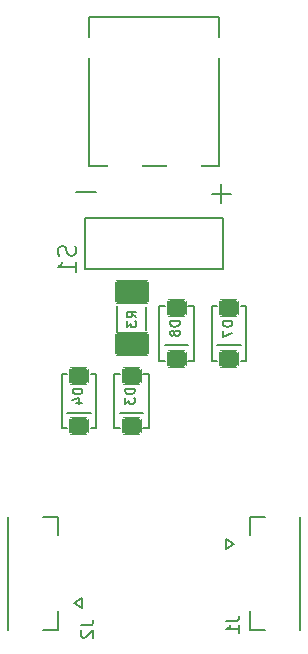
<source format=gbr>
G04 --- HEADER BEGIN --- *
G04 #@! TF.GenerationSoftware,LibrePCB,LibrePCB,1.1.0*
G04 #@! TF.CreationDate,2024-04-23T21:01:02*
G04 #@! TF.ProjectId,motherboard (Version 2),e7e7bca0-b6b9-4684-b626-93943a2f5169,version_2*
G04 #@! TF.Part,Single*
G04 #@! TF.SameCoordinates*
G04 #@! TF.FileFunction,Legend,Bot*
G04 #@! TF.FilePolarity,Positive*
%FSLAX66Y66*%
%MOMM*%
G01*
G75*
G04 --- HEADER END --- *
G04 --- APERTURE LIST BEGIN --- *
%ADD10C,0.2032*%
%ADD11C,0.1524*%
%ADD12C,0.127*%
%ADD13C,0.15*%
%ADD14C,0.1778*%
%ADD15C,2.0796*%
%AMROUNDEDRECT16*20,1,1.47,-0.735,0.0,0.735,0.0,0.0*20,1,1.27,-0.835,0.0,0.835,0.0,0.0*1,1,0.2,-0.735,0.635*1,1,0.2,0.735,0.635*1,1,0.2,0.735,-0.635*1,1,0.2,-0.735,-0.635*%
%ADD16ROUNDEDRECT16*%
%AMROUNDEDRECT17*20,1,2.0,-1.35,0.0,1.35,0.0,0.0*20,1,1.8,-1.45,0.0,1.45,0.0,0.0*1,1,0.2,-1.35,0.9*1,1,0.2,1.35,0.9*1,1,0.2,1.35,-0.9*1,1,0.2,-1.35,-0.9*%
%ADD17ROUNDEDRECT17*%
%ADD18C,0.01*%
%ADD19C,1.708*%
%ADD20C,2.825*%
%ADD21C,3.2*%
G04 --- APERTURE LIST END --- *
G04 --- BOARD BEGIN --- *
D10*
G04 #@! TO.C,D7*
X58055000Y49290000D02*
X57605000Y49290000D01*
X57605000Y44690000D01*
X58055000Y44690000D01*
X60055000Y44690000D02*
X60505000Y44690000D01*
X60505000Y49290000D01*
X60055000Y49290000D01*
X58055000Y45990000D02*
X60055000Y45990000D01*
D11*
G04 #@! TO.C,R3*
X52045000Y49262000D02*
X52045000Y47244000D01*
X49555000Y49287000D02*
X49555000Y47233000D01*
D10*
G04 #@! TO.C,D4*
X45355000Y43575000D02*
X44905000Y43575000D01*
X44905000Y38975000D01*
X45355000Y38975000D01*
X47355000Y38975000D02*
X47805000Y38975000D01*
X47805000Y43575000D01*
X47355000Y43575000D01*
X45355000Y40275000D02*
X47355000Y40275000D01*
D12*
G04 #@! TO.C,J1*
X58805000Y29570000D02*
X59505000Y29170000D01*
X58805000Y28770000D01*
X58805000Y29570000D01*
X65060000Y31420000D02*
X65060000Y21920000D01*
X60860000Y23450000D02*
X60860000Y21920000D01*
X62110000Y21920000D01*
X62110000Y31420000D02*
X60860000Y31420000D01*
X60860000Y29890000D01*
G04 #@! TO.C,J2*
X46605000Y23770000D02*
X45905000Y24170000D01*
X46605000Y24570000D01*
X46605000Y23770000D01*
X40350000Y21920000D02*
X40350000Y31420000D01*
X44550000Y29890000D02*
X44550000Y31420000D01*
X43300000Y31420000D01*
X43300000Y21920000D02*
X44550000Y21920000D01*
X44550000Y23450000D01*
D10*
G04 #@! TO.C,D3*
X49800000Y43575000D02*
X49350000Y43575000D01*
X49350000Y38975000D01*
X49800000Y38975000D01*
X51800000Y38975000D02*
X52250000Y38975000D01*
X52250000Y43575000D01*
X51800000Y43575000D01*
X49800000Y40275000D02*
X51800000Y40275000D01*
D11*
G04 #@! TO.C,J4*
X47220000Y73820000D02*
X58220000Y73820000D01*
X58220000Y61150000D01*
X47220000Y61150000D01*
X47220000Y73820000D01*
D10*
X47779000Y58956819D02*
X46133362Y58956819D01*
X59236000Y58829819D02*
X57590362Y58829819D01*
X58413181Y58007000D02*
X58413181Y59652638D01*
G04 #@! TO.C,D8*
X53610000Y49290000D02*
X53160000Y49290000D01*
X53160000Y44690000D01*
X53610000Y44690000D01*
X55610000Y44690000D02*
X56060000Y44690000D01*
X56060000Y49290000D01*
X55610000Y49290000D01*
X53610000Y45990000D02*
X55610000Y45990000D01*
G04 #@! TO.C,S1*
X46890000Y52435000D02*
X46890000Y56785000D01*
X58520000Y56785000D01*
X58520000Y52435000D01*
X46890000Y52435000D01*
D13*
G04 #@! TO.C,D7*
X59309000Y48006000D02*
X58509000Y48006000D01*
X58509000Y47815778D01*
X58547222Y47701111D01*
X58623667Y47624667D01*
X58699222Y47587333D01*
X58852111Y47549111D01*
X58965889Y47549111D01*
X59118778Y47587333D01*
X59194333Y47624667D01*
X59270778Y47701111D01*
X59309000Y47815778D01*
X59309000Y48006000D01*
X58509000Y47239111D02*
X58509000Y46705778D01*
X59309000Y47048889D01*
G04 #@! TO.C,R3*
X51212500Y48343111D02*
X50831167Y48609778D01*
X51212500Y48800000D02*
X50412500Y48800000D01*
X50412500Y48495111D01*
X50450722Y48418667D01*
X50488944Y48381333D01*
X50564500Y48343111D01*
X50679167Y48343111D01*
X50755611Y48381333D01*
X50793833Y48418667D01*
X50831167Y48495111D01*
X50831167Y48800000D01*
X50412500Y48033111D02*
X50412500Y47538000D01*
X50717389Y47804667D01*
X50717389Y47690000D01*
X50755611Y47614444D01*
X50793833Y47576222D01*
X50869389Y47538000D01*
X51060500Y47538000D01*
X51136056Y47576222D01*
X51174278Y47614444D01*
X51212500Y47690000D01*
X51212500Y47918444D01*
X51174278Y47994889D01*
X51136056Y48033111D01*
G04 #@! TO.C,D4*
X46609000Y42291000D02*
X45809000Y42291000D01*
X45809000Y42100778D01*
X45847222Y41986111D01*
X45923667Y41909667D01*
X45999222Y41872333D01*
X46152111Y41834111D01*
X46265889Y41834111D01*
X46418778Y41872333D01*
X46494333Y41909667D01*
X46570778Y41986111D01*
X46609000Y42100778D01*
X46609000Y42291000D01*
X46075667Y41142778D02*
X46609000Y41142778D01*
X45770778Y41333889D02*
X46342333Y41524111D01*
X46342333Y41029000D01*
G04 #@! TO.C,J1*
X58840000Y22632413D02*
X59611243Y22632413D01*
X59764772Y22683989D01*
X59867924Y22787141D01*
X59919500Y22940670D01*
X59919500Y23043822D01*
X59919500Y21649999D02*
X59919500Y22266513D01*
X59919500Y21958256D02*
X58840000Y21958256D01*
X58994728Y22061408D01*
X59096681Y22163361D01*
X59148257Y22266513D01*
G04 #@! TO.C,J2*
X46490500Y22278591D02*
X47261743Y22278591D01*
X47415272Y22330167D01*
X47518424Y22433319D01*
X47570000Y22586848D01*
X47570000Y22690000D01*
X46593652Y21861115D02*
X46542076Y21809539D01*
X46490500Y21707586D01*
X46490500Y21449705D01*
X46542076Y21347753D01*
X46593652Y21296177D01*
X46695605Y21244600D01*
X46798757Y21244600D01*
X46953486Y21296177D01*
X47570000Y21912691D01*
X47570000Y21244600D01*
G04 #@! TO.C,D3*
X51054000Y42291000D02*
X50254000Y42291000D01*
X50254000Y42100778D01*
X50292222Y41986111D01*
X50368667Y41909667D01*
X50444222Y41872333D01*
X50597111Y41834111D01*
X50710889Y41834111D01*
X50863778Y41872333D01*
X50939333Y41909667D01*
X51015778Y41986111D01*
X51054000Y42100778D01*
X51054000Y42291000D01*
X50254000Y41524111D02*
X50254000Y41029000D01*
X50558889Y41295667D01*
X50558889Y41181000D01*
X50597111Y41105444D01*
X50635333Y41067222D01*
X50710889Y41029000D01*
X50902000Y41029000D01*
X50977556Y41067222D01*
X51015778Y41105444D01*
X51054000Y41181000D01*
X51054000Y41409444D01*
X51015778Y41485889D01*
X50977556Y41524111D01*
G04 #@! TO.C,D8*
X54864000Y48006000D02*
X54064000Y48006000D01*
X54064000Y47815778D01*
X54102222Y47701111D01*
X54178667Y47624667D01*
X54254222Y47587333D01*
X54407111Y47549111D01*
X54520889Y47549111D01*
X54673778Y47587333D01*
X54749333Y47624667D01*
X54825778Y47701111D01*
X54864000Y47815778D01*
X54864000Y48006000D01*
X54407111Y47087111D02*
X54368889Y47162667D01*
X54330667Y47200889D01*
X54254222Y47239111D01*
X54216000Y47239111D01*
X54140444Y47200889D01*
X54102222Y47162667D01*
X54064000Y47087111D01*
X54064000Y46934222D01*
X54102222Y46857778D01*
X54140444Y46820444D01*
X54216000Y46782222D01*
X54254222Y46782222D01*
X54330667Y46820444D01*
X54368889Y46857778D01*
X54407111Y46934222D01*
X54407111Y47087111D01*
X54445333Y47162667D01*
X54482667Y47200889D01*
X54559111Y47239111D01*
X54712000Y47239111D01*
X54787556Y47200889D01*
X54825778Y47162667D01*
X54864000Y47087111D01*
X54864000Y46934222D01*
X54825778Y46857778D01*
X54787556Y46820444D01*
X54712000Y46782222D01*
X54559111Y46782222D01*
X54482667Y46820444D01*
X54445333Y46857778D01*
X54407111Y46934222D01*
D14*
G04 #@! TO.C,S1*
X46012793Y54420000D02*
X46085000Y54203380D01*
X46085000Y53844027D01*
X46012793Y53699614D01*
X45940587Y53629086D01*
X45797853Y53556880D01*
X45653440Y53556880D01*
X45509027Y53629086D01*
X45436820Y53699614D01*
X45364614Y53844027D01*
X45294086Y54132853D01*
X45221880Y54275587D01*
X45149673Y54347793D01*
X45005260Y54420000D01*
X44860847Y54420000D01*
X44718113Y54347793D01*
X44645907Y54275587D01*
X44573700Y54132853D01*
X44573700Y53771820D01*
X44645907Y53556880D01*
X46085000Y52213700D02*
X46085000Y53076820D01*
X46085000Y52645260D02*
X44573700Y52645260D01*
X44790320Y52789673D01*
X44933054Y52932407D01*
X45005260Y53076820D01*
%LPC*%
D15*
G04 #@! TO.C,J6*
X42545000Y62865000D03*
X42545000Y65405000D03*
X42545000Y70485000D03*
X42545000Y60325000D03*
X42545000Y40005000D03*
X42545000Y42545000D03*
X42545000Y47625000D03*
X42545000Y52705000D03*
X42545000Y37465000D03*
X42545000Y57785000D03*
X42545000Y67945000D03*
X42545000Y45085000D03*
X42545000Y55245000D03*
X42545000Y50165000D03*
D16*
G04 #@! TO.C,D7*
X59055000Y44840000D03*
X59055000Y49140000D03*
D17*
G04 #@! TO.C,R3*
X50800000Y46060000D03*
X50800000Y50460000D03*
D15*
G04 #@! TO.C,J7*
X62865000Y62865000D03*
X62865000Y65405000D03*
X62865000Y70485000D03*
X62865000Y60325000D03*
X62865000Y40005000D03*
X62865000Y42545000D03*
X62865000Y47625000D03*
X62865000Y52705000D03*
X62865000Y37465000D03*
X62865000Y57785000D03*
X62865000Y67945000D03*
X62865000Y45085000D03*
X62865000Y55245000D03*
X62865000Y50165000D03*
D16*
G04 #@! TO.C,D4*
X46355000Y39125000D03*
X46355000Y43425000D03*
D18*
G04 #@! TO.C,J1*
G36*
X60533800Y24943800D02*
X60533800Y25896200D01*
X61886200Y25896200D01*
X61886200Y24943800D01*
X60533800Y24943800D01*
G37*
G36*
X62353800Y21543800D02*
X62353800Y22996200D01*
X64656200Y22996200D01*
X64656200Y21543800D01*
X62353800Y21543800D01*
G37*
G36*
X60533800Y23693800D02*
X60533800Y24646200D01*
X61886200Y24646200D01*
X61886200Y23693800D01*
X60533800Y23693800D01*
G37*
G36*
X60533800Y26193800D02*
X60533800Y27146200D01*
X61886200Y27146200D01*
X61886200Y26193800D01*
X60533800Y26193800D01*
G37*
G36*
X62353800Y30343800D02*
X62353800Y31796200D01*
X64656200Y31796200D01*
X64656200Y30343800D01*
X62353800Y30343800D01*
G37*
G36*
X60533800Y27443800D02*
X60533800Y28396200D01*
X61886200Y28396200D01*
X61886200Y27443800D01*
X60533800Y27443800D01*
G37*
G36*
X60533800Y28693800D02*
X60533800Y29646200D01*
X61886200Y29646200D01*
X61886200Y28693800D01*
X60533800Y28693800D01*
G37*
G04 #@! TO.C,J2*
G36*
X44876200Y28396200D02*
X44876200Y27443800D01*
X43523800Y27443800D01*
X43523800Y28396200D01*
X44876200Y28396200D01*
G37*
G36*
X43056200Y31796200D02*
X43056200Y30343800D01*
X40753800Y30343800D01*
X40753800Y31796200D01*
X43056200Y31796200D01*
G37*
G36*
X44876200Y29646200D02*
X44876200Y28693800D01*
X43523800Y28693800D01*
X43523800Y29646200D01*
X44876200Y29646200D01*
G37*
G36*
X44876200Y27146200D02*
X44876200Y26193800D01*
X43523800Y26193800D01*
X43523800Y27146200D01*
X44876200Y27146200D01*
G37*
G36*
X43056200Y22996200D02*
X43056200Y21543800D01*
X40753800Y21543800D01*
X40753800Y22996200D01*
X43056200Y22996200D01*
G37*
G36*
X44876200Y25896200D02*
X44876200Y24943800D01*
X43523800Y24943800D01*
X43523800Y25896200D01*
X44876200Y25896200D01*
G37*
G36*
X44876200Y24646200D02*
X44876200Y23693800D01*
X43523800Y23693800D01*
X43523800Y24646200D01*
X44876200Y24646200D01*
G37*
D16*
G04 #@! TO.C,D3*
X50800000Y39125000D03*
X50800000Y43425000D03*
D15*
G04 #@! TO.C,J8*
X52705000Y34925000D03*
X45085000Y34925000D03*
X47625000Y34925000D03*
X55245000Y34925000D03*
X42545000Y34925000D03*
X50165000Y34925000D03*
X57785000Y34925000D03*
X60325000Y34925000D03*
X62865000Y34925000D03*
D19*
G04 #@! TO.C,J4*
X58220000Y71150000D03*
X47220000Y71150000D03*
D20*
X50220000Y61150000D03*
X55220000Y61150000D03*
D16*
G04 #@! TO.C,D8*
X54610000Y44840000D03*
X54610000Y49140000D03*
D15*
G04 #@! TO.C,S1*
X52705000Y54610000D03*
X55245000Y54610000D03*
X50165000Y54610000D03*
D21*
G04 #@! TD*
X35800000Y41000000D03*
X36000000Y72000000D03*
G04 --- BOARD END --- *
G04 #@! TF.MD5,51e7c2e35c95ea8998701748f7df0640*
M02*

</source>
